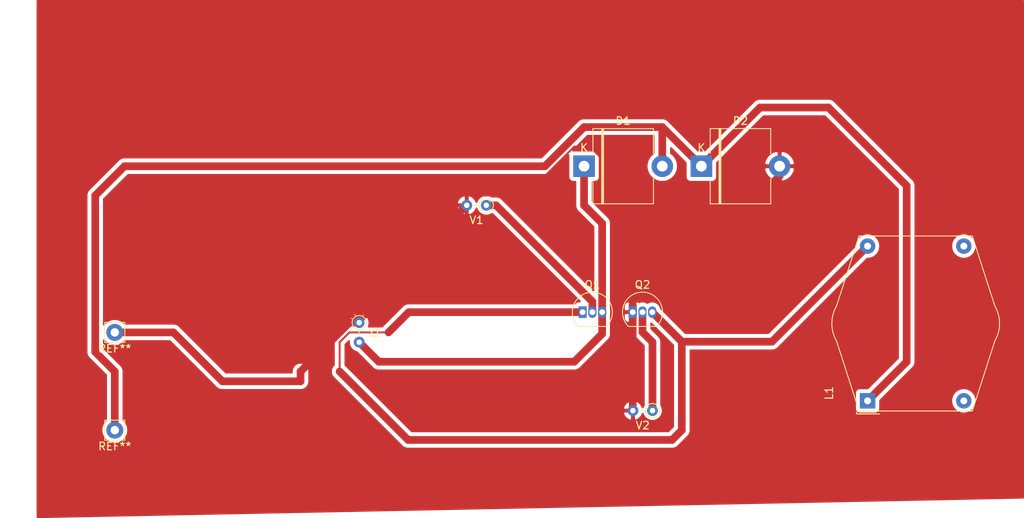
<source format=kicad_pcb>
(kicad_pcb (version 20171130) (host pcbnew "(5.1.4)-1")

  (general
    (thickness 1.6)
    (drawings 0)
    (tracks 61)
    (zones 0)
    (modules 10)
    (nets 7)
  )

  (page A4)
  (layers
    (0 F.Cu signal)
    (31 B.Cu signal)
    (32 B.Adhes user)
    (33 F.Adhes user)
    (34 B.Paste user)
    (35 F.Paste user)
    (36 B.SilkS user)
    (37 F.SilkS user)
    (38 B.Mask user)
    (39 F.Mask user)
    (40 Dwgs.User user)
    (41 Cmts.User user)
    (42 Eco1.User user)
    (43 Eco2.User user)
    (44 Edge.Cuts user)
    (45 Margin user)
    (46 B.CrtYd user)
    (47 F.CrtYd user)
    (48 B.Fab user)
    (49 F.Fab user)
  )

  (setup
    (last_trace_width 1)
    (user_trace_width 1)
    (trace_clearance 0.2)
    (zone_clearance 0.508)
    (zone_45_only no)
    (trace_min 0.2)
    (via_size 0.8)
    (via_drill 0.4)
    (via_min_size 0.4)
    (via_min_drill 0.3)
    (uvia_size 0.3)
    (uvia_drill 0.1)
    (uvias_allowed no)
    (uvia_min_size 0.2)
    (uvia_min_drill 0.1)
    (edge_width 0.05)
    (segment_width 0.2)
    (pcb_text_width 0.3)
    (pcb_text_size 1.5 1.5)
    (mod_edge_width 0.12)
    (mod_text_size 1 1)
    (mod_text_width 0.15)
    (pad_size 1.524 1.524)
    (pad_drill 0.762)
    (pad_to_mask_clearance 0.051)
    (solder_mask_min_width 0.25)
    (aux_axis_origin 0 0)
    (visible_elements FFFFFF7F)
    (pcbplotparams
      (layerselection 0x010fc_ffffffff)
      (usegerberextensions false)
      (usegerberattributes false)
      (usegerberadvancedattributes false)
      (creategerberjobfile false)
      (excludeedgelayer true)
      (linewidth 0.100000)
      (plotframeref false)
      (viasonmask false)
      (mode 1)
      (useauxorigin false)
      (hpglpennumber 1)
      (hpglpenspeed 20)
      (hpglpendiameter 15.000000)
      (psnegative false)
      (psa4output false)
      (plotreference true)
      (plotvalue true)
      (plotinvisibletext false)
      (padsonsilk false)
      (subtractmaskfromsilk false)
      (outputformat 1)
      (mirror false)
      (drillshape 1)
      (scaleselection 1)
      (outputdirectory ""))
  )

  (net 0 "")
  (net 1 VAC)
  (net 2 "Net-(D1-Pad1)")
  (net 3 Earth)
  (net 4 "Net-(L1-Pad2)")
  (net 5 "Net-(Q1-Pad2)")
  (net 6 "Net-(Q2-Pad2)")

  (net_class Default "Esta es la clase de red por defecto."
    (clearance 0.2)
    (trace_width 0.25)
    (via_dia 0.8)
    (via_drill 0.4)
    (uvia_dia 0.3)
    (uvia_drill 0.1)
    (add_net Earth)
    (add_net "Net-(D1-Pad1)")
    (add_net "Net-(L1-Pad2)")
    (add_net "Net-(Q1-Pad2)")
    (add_net "Net-(Q2-Pad2)")
    (add_net VAC)
  )

  (module Resistor_THT:R_Axial_DIN0204_L3.6mm_D1.6mm_P2.54mm_Vertical (layer F.Cu) (tedit 5AE5139B) (tstamp 5D9A94E0)
    (at 161.29 83.82 180)
    (descr "Resistor, Axial_DIN0204 series, Axial, Vertical, pin pitch=2.54mm, 0.167W, length*diameter=3.6*1.6mm^2, http://cdn-reichelt.de/documents/datenblatt/B400/1_4W%23YAG.pdf")
    (tags "Resistor Axial_DIN0204 series Axial Vertical pin pitch 2.54mm 0.167W length 3.6mm diameter 1.6mm")
    (path /5D9B2ACC)
    (fp_text reference V2 (at 1.27 -1.92) (layer F.SilkS)
      (effects (font (size 1 1) (thickness 0.15)))
    )
    (fp_text value VPULSE (at 3.81 11.43) (layer F.Fab)
      (effects (font (size 1 1) (thickness 0.15)))
    )
    (fp_text user %R (at 1.27 -1.92) (layer F.Fab)
      (effects (font (size 1 1) (thickness 0.15)))
    )
    (fp_line (start 3.49 -1.05) (end -1.05 -1.05) (layer F.CrtYd) (width 0.05))
    (fp_line (start 3.49 1.05) (end 3.49 -1.05) (layer F.CrtYd) (width 0.05))
    (fp_line (start -1.05 1.05) (end 3.49 1.05) (layer F.CrtYd) (width 0.05))
    (fp_line (start -1.05 -1.05) (end -1.05 1.05) (layer F.CrtYd) (width 0.05))
    (fp_line (start 0.92 0) (end 1.54 0) (layer F.SilkS) (width 0.12))
    (fp_line (start 0 0) (end 2.54 0) (layer F.Fab) (width 0.1))
    (fp_circle (center 0 0) (end 0.92 0) (layer F.SilkS) (width 0.12))
    (fp_circle (center 0 0) (end 0.8 0) (layer F.Fab) (width 0.1))
    (pad 2 thru_hole oval (at 2.54 0 180) (size 1.4 1.4) (drill 0.7) (layers *.Cu *.Mask)
      (net 3 Earth))
    (pad 1 thru_hole circle (at 0 0 180) (size 1.4 1.4) (drill 0.7) (layers *.Cu *.Mask)
      (net 6 "Net-(Q2-Pad2)"))
    (model ${KISYS3DMOD}/Resistor_THT.3dshapes/R_Axial_DIN0204_L3.6mm_D1.6mm_P2.54mm_Vertical.wrl
      (at (xyz 0 0 0))
      (scale (xyz 1 1 1))
      (rotate (xyz 0 0 0))
    )
  )

  (module Resistor_THT:R_Axial_DIN0204_L3.6mm_D1.6mm_P2.54mm_Vertical (layer F.Cu) (tedit 5AE5139B) (tstamp 5D9A94BA)
    (at 139.7 57.15 180)
    (descr "Resistor, Axial_DIN0204 series, Axial, Vertical, pin pitch=2.54mm, 0.167W, length*diameter=3.6*1.6mm^2, http://cdn-reichelt.de/documents/datenblatt/B400/1_4W%23YAG.pdf")
    (tags "Resistor Axial_DIN0204 series Axial Vertical pin pitch 2.54mm 0.167W length 3.6mm diameter 1.6mm")
    (path /5D9B2760)
    (fp_text reference V1 (at 1.27 -1.92) (layer F.SilkS)
      (effects (font (size 1 1) (thickness 0.15)))
    )
    (fp_text value VPULSE (at 1.27 1.92) (layer F.Fab)
      (effects (font (size 1 1) (thickness 0.15)))
    )
    (fp_text user %R (at 1.27 -1.92) (layer F.Fab)
      (effects (font (size 1 1) (thickness 0.15)))
    )
    (fp_line (start 3.49 -1.05) (end -1.05 -1.05) (layer F.CrtYd) (width 0.05))
    (fp_line (start 3.49 1.05) (end 3.49 -1.05) (layer F.CrtYd) (width 0.05))
    (fp_line (start -1.05 1.05) (end 3.49 1.05) (layer F.CrtYd) (width 0.05))
    (fp_line (start -1.05 -1.05) (end -1.05 1.05) (layer F.CrtYd) (width 0.05))
    (fp_line (start 0.92 0) (end 1.54 0) (layer F.SilkS) (width 0.12))
    (fp_line (start 0 0) (end 2.54 0) (layer F.Fab) (width 0.1))
    (fp_circle (center 0 0) (end 0.92 0) (layer F.SilkS) (width 0.12))
    (fp_circle (center 0 0) (end 0.8 0) (layer F.Fab) (width 0.1))
    (pad 2 thru_hole oval (at 2.54 0 180) (size 1.4 1.4) (drill 0.7) (layers *.Cu *.Mask)
      (net 3 Earth))
    (pad 1 thru_hole circle (at 0 0 180) (size 1.4 1.4) (drill 0.7) (layers *.Cu *.Mask)
      (net 5 "Net-(Q1-Pad2)"))
    (model ${KISYS3DMOD}/Resistor_THT.3dshapes/R_Axial_DIN0204_L3.6mm_D1.6mm_P2.54mm_Vertical.wrl
      (at (xyz 0 0 0))
      (scale (xyz 1 1 1))
      (rotate (xyz 0 0 0))
    )
  )

  (module Resistor_THT:R_Axial_DIN0204_L3.6mm_D1.6mm_P2.54mm_Vertical (layer F.Cu) (tedit 5AE5139B) (tstamp 5D9A944A)
    (at 123.19 72.39 270)
    (descr "Resistor, Axial_DIN0204 series, Axial, Vertical, pin pitch=2.54mm, 0.167W, length*diameter=3.6*1.6mm^2, http://cdn-reichelt.de/documents/datenblatt/B400/1_4W%23YAG.pdf")
    (tags "Resistor Axial_DIN0204 series Axial Vertical pin pitch 2.54mm 0.167W length 3.6mm diameter 1.6mm")
    (path /5D9B23E4)
    (fp_text reference I1 (at 1.27 -1.92 90) (layer F.SilkS)
      (effects (font (size 1 1) (thickness 0.15)))
    )
    (fp_text value ISOURCE (at 1.27 1.92 90) (layer F.Fab)
      (effects (font (size 1 1) (thickness 0.15)))
    )
    (fp_text user %R (at 1.27 -1.92 90) (layer F.Fab)
      (effects (font (size 1 1) (thickness 0.15)))
    )
    (fp_line (start 3.49 -1.05) (end -1.05 -1.05) (layer F.CrtYd) (width 0.05))
    (fp_line (start 3.49 1.05) (end 3.49 -1.05) (layer F.CrtYd) (width 0.05))
    (fp_line (start -1.05 1.05) (end 3.49 1.05) (layer F.CrtYd) (width 0.05))
    (fp_line (start -1.05 -1.05) (end -1.05 1.05) (layer F.CrtYd) (width 0.05))
    (fp_line (start 0.92 0) (end 1.54 0) (layer F.SilkS) (width 0.12))
    (fp_line (start 0 0) (end 2.54 0) (layer F.Fab) (width 0.1))
    (fp_circle (center 0 0) (end 0.92 0) (layer F.SilkS) (width 0.12))
    (fp_circle (center 0 0) (end 0.8 0) (layer F.Fab) (width 0.1))
    (pad 2 thru_hole oval (at 2.54 0 270) (size 1.4 1.4) (drill 0.7) (layers *.Cu *.Mask)
      (net 2 "Net-(D1-Pad1)"))
    (pad 1 thru_hole circle (at 0 0 270) (size 1.4 1.4) (drill 0.7) (layers *.Cu *.Mask)
      (net 3 Earth))
    (model ${KISYS3DMOD}/Resistor_THT.3dshapes/R_Axial_DIN0204_L3.6mm_D1.6mm_P2.54mm_Vertical.wrl
      (at (xyz 0 0 0))
      (scale (xyz 1 1 1))
      (rotate (xyz 0 0 0))
    )
  )

  (module Connector_Pin:Pin_D1.1mm_L8.5mm_W2.5mm_FlatFork (layer F.Cu) (tedit 5A1DC085) (tstamp 5D9A965D)
    (at 91.44 86.36)
    (descr "solder Pin_ with flat fork, hole diameter 1.1mm, length 8.5mm, width 2.5mm")
    (tags "solder Pin_ with flat fork")
    (fp_text reference REF** (at 0 2.1) (layer F.SilkS)
      (effects (font (size 1 1) (thickness 0.15)))
    )
    (fp_text value Pin_D1.1mm_L8.5mm_W2.5mm_FlatFork (at 0 -2.05) (layer F.Fab)
      (effects (font (size 1 1) (thickness 0.15)))
    )
    (fp_line (start 1.75 1.6) (end -1.75 1.6) (layer F.CrtYd) (width 0.05))
    (fp_line (start 1.75 1.6) (end 1.75 -1.6) (layer F.CrtYd) (width 0.05))
    (fp_line (start -1.75 -1.6) (end -1.75 1.6) (layer F.CrtYd) (width 0.05))
    (fp_line (start -1.75 -1.6) (end 1.75 -1.6) (layer F.CrtYd) (width 0.05))
    (fp_line (start 1.25 -0.25) (end -1.25 -0.25) (layer F.Fab) (width 0.12))
    (fp_line (start 1.25 0.25) (end 1.25 -0.25) (layer F.Fab) (width 0.12))
    (fp_line (start -1.25 0.25) (end 1.25 0.25) (layer F.Fab) (width 0.12))
    (fp_line (start -1.25 -0.25) (end -1.25 0.25) (layer F.Fab) (width 0.12))
    (fp_line (start -1.3 1.3) (end 1.3 1.3) (layer F.SilkS) (width 0.12))
    (fp_line (start 1.3 -1.3) (end 1.3 1.3) (layer F.SilkS) (width 0.12))
    (fp_line (start -1.3 -1.3) (end 1.3 -1.3) (layer F.SilkS) (width 0.12))
    (fp_line (start -1.3 1.3) (end -1.3 -1.3) (layer F.SilkS) (width 0.12))
    (fp_text user %R (at 0 2.1) (layer F.Fab)
      (effects (font (size 1 1) (thickness 0.15)))
    )
    (pad 1 thru_hole circle (at 0 0) (size 2.2 2.2) (drill 1.1) (layers *.Cu *.Mask))
    (model ${KISYS3DMOD}/Connector_Pin.3dshapes/Pin_D1.1mm_L8.5mm_W2.5mm_FlatFork.wrl
      (at (xyz 0 0 0))
      (scale (xyz 1 1 1))
      (rotate (xyz 0 0 0))
    )
  )

  (module Connector_Pin:Pin_D1.1mm_L8.5mm_W2.5mm_FlatFork (layer F.Cu) (tedit 5A1DC085) (tstamp 5D9A9618)
    (at 91.44 73.66)
    (descr "solder Pin_ with flat fork, hole diameter 1.1mm, length 8.5mm, width 2.5mm")
    (tags "solder Pin_ with flat fork")
    (fp_text reference REF** (at 0 2.1) (layer F.SilkS)
      (effects (font (size 1 1) (thickness 0.15)))
    )
    (fp_text value Pin_D1.1mm_L8.5mm_W2.5mm_FlatFork (at 0 -2.05) (layer F.Fab)
      (effects (font (size 1 1) (thickness 0.15)))
    )
    (fp_line (start 1.75 1.6) (end -1.75 1.6) (layer F.CrtYd) (width 0.05))
    (fp_line (start 1.75 1.6) (end 1.75 -1.6) (layer F.CrtYd) (width 0.05))
    (fp_line (start -1.75 -1.6) (end -1.75 1.6) (layer F.CrtYd) (width 0.05))
    (fp_line (start -1.75 -1.6) (end 1.75 -1.6) (layer F.CrtYd) (width 0.05))
    (fp_line (start 1.25 -0.25) (end -1.25 -0.25) (layer F.Fab) (width 0.12))
    (fp_line (start 1.25 0.25) (end 1.25 -0.25) (layer F.Fab) (width 0.12))
    (fp_line (start -1.25 0.25) (end 1.25 0.25) (layer F.Fab) (width 0.12))
    (fp_line (start -1.25 -0.25) (end -1.25 0.25) (layer F.Fab) (width 0.12))
    (fp_line (start -1.3 1.3) (end 1.3 1.3) (layer F.SilkS) (width 0.12))
    (fp_line (start 1.3 -1.3) (end 1.3 1.3) (layer F.SilkS) (width 0.12))
    (fp_line (start -1.3 -1.3) (end 1.3 -1.3) (layer F.SilkS) (width 0.12))
    (fp_line (start -1.3 1.3) (end -1.3 -1.3) (layer F.SilkS) (width 0.12))
    (fp_text user %R (at 0 2.1) (layer F.Fab)
      (effects (font (size 1 1) (thickness 0.15)))
    )
    (pad 1 thru_hole circle (at 0 0) (size 2.2 2.2) (drill 1.1) (layers *.Cu *.Mask))
    (model ${KISYS3DMOD}/Connector_Pin.3dshapes/Pin_D1.1mm_L8.5mm_W2.5mm_FlatFork.wrl
      (at (xyz 0 0 0))
      (scale (xyz 1 1 1))
      (rotate (xyz 0 0 0))
    )
  )

  (module Package_TO_SOT_THT:TO-92_Inline (layer F.Cu) (tedit 5A1DD157) (tstamp 5D9A9494)
    (at 158.72 71.03)
    (descr "TO-92 leads in-line, narrow, oval pads, drill 0.75mm (see NXP sot054_po.pdf)")
    (tags "to-92 sc-43 sc-43a sot54 PA33 transistor")
    (path /5D9B1B98)
    (fp_text reference Q2 (at 1.27 -3.56) (layer F.SilkS)
      (effects (font (size 1 1) (thickness 0.15)))
    )
    (fp_text value BT169B (at 1.27 2.79) (layer F.Fab)
      (effects (font (size 1 1) (thickness 0.15)))
    )
    (fp_arc (start 1.27 0) (end 1.27 -2.6) (angle 135) (layer F.SilkS) (width 0.12))
    (fp_arc (start 1.27 0) (end 1.27 -2.48) (angle -135) (layer F.Fab) (width 0.1))
    (fp_arc (start 1.27 0) (end 1.27 -2.6) (angle -135) (layer F.SilkS) (width 0.12))
    (fp_arc (start 1.27 0) (end 1.27 -2.48) (angle 135) (layer F.Fab) (width 0.1))
    (fp_line (start 4 2.01) (end -1.46 2.01) (layer F.CrtYd) (width 0.05))
    (fp_line (start 4 2.01) (end 4 -2.73) (layer F.CrtYd) (width 0.05))
    (fp_line (start -1.46 -2.73) (end -1.46 2.01) (layer F.CrtYd) (width 0.05))
    (fp_line (start -1.46 -2.73) (end 4 -2.73) (layer F.CrtYd) (width 0.05))
    (fp_line (start -0.5 1.75) (end 3 1.75) (layer F.Fab) (width 0.1))
    (fp_line (start -0.53 1.85) (end 3.07 1.85) (layer F.SilkS) (width 0.12))
    (fp_text user %R (at 1.27 -3.56) (layer F.Fab)
      (effects (font (size 1 1) (thickness 0.15)))
    )
    (pad 1 thru_hole rect (at 0 0) (size 1.05 1.5) (drill 0.75) (layers *.Cu *.Mask)
      (net 3 Earth))
    (pad 3 thru_hole oval (at 2.54 0) (size 1.05 1.5) (drill 0.75) (layers *.Cu *.Mask)
      (net 4 "Net-(L1-Pad2)"))
    (pad 2 thru_hole oval (at 1.27 0) (size 1.05 1.5) (drill 0.75) (layers *.Cu *.Mask)
      (net 6 "Net-(Q2-Pad2)"))
    (model ${KISYS3DMOD}/Package_TO_SOT_THT.3dshapes/TO-92_Inline.wrl
      (at (xyz 0 0 0))
      (scale (xyz 1 1 1))
      (rotate (xyz 0 0 0))
    )
  )

  (module Package_TO_SOT_THT:TO-92_Inline (layer F.Cu) (tedit 5A1DD157) (tstamp 5D9A9482)
    (at 152.21 71.03)
    (descr "TO-92 leads in-line, narrow, oval pads, drill 0.75mm (see NXP sot054_po.pdf)")
    (tags "to-92 sc-43 sc-43a sot54 PA33 transistor")
    (path /5D9B1A45)
    (fp_text reference Q1 (at 1.27 -3.56) (layer F.SilkS)
      (effects (font (size 1 1) (thickness 0.15)))
    )
    (fp_text value BT169B (at 1.27 2.79) (layer F.Fab)
      (effects (font (size 1 1) (thickness 0.15)))
    )
    (fp_arc (start 1.27 0) (end 1.27 -2.6) (angle 135) (layer F.SilkS) (width 0.12))
    (fp_arc (start 1.27 0) (end 1.27 -2.48) (angle -135) (layer F.Fab) (width 0.1))
    (fp_arc (start 1.27 0) (end 1.27 -2.6) (angle -135) (layer F.SilkS) (width 0.12))
    (fp_arc (start 1.27 0) (end 1.27 -2.48) (angle 135) (layer F.Fab) (width 0.1))
    (fp_line (start 4 2.01) (end -1.46 2.01) (layer F.CrtYd) (width 0.05))
    (fp_line (start 4 2.01) (end 4 -2.73) (layer F.CrtYd) (width 0.05))
    (fp_line (start -1.46 -2.73) (end -1.46 2.01) (layer F.CrtYd) (width 0.05))
    (fp_line (start -1.46 -2.73) (end 4 -2.73) (layer F.CrtYd) (width 0.05))
    (fp_line (start -0.5 1.75) (end 3 1.75) (layer F.Fab) (width 0.1))
    (fp_line (start -0.53 1.85) (end 3.07 1.85) (layer F.SilkS) (width 0.12))
    (fp_text user %R (at 1.27 -3.56) (layer F.Fab)
      (effects (font (size 1 1) (thickness 0.15)))
    )
    (pad 1 thru_hole rect (at 0 0) (size 1.05 1.5) (drill 0.75) (layers *.Cu *.Mask)
      (net 4 "Net-(L1-Pad2)"))
    (pad 3 thru_hole oval (at 2.54 0) (size 1.05 1.5) (drill 0.75) (layers *.Cu *.Mask)
      (net 2 "Net-(D1-Pad1)"))
    (pad 2 thru_hole oval (at 1.27 0) (size 1.05 1.5) (drill 0.75) (layers *.Cu *.Mask)
      (net 5 "Net-(Q1-Pad2)"))
    (model ${KISYS3DMOD}/Package_TO_SOT_THT.3dshapes/TO-92_Inline.wrl
      (at (xyz 0 0 0))
      (scale (xyz 1 1 1))
      (rotate (xyz 0 0 0))
    )
  )

  (module Inductor_THT:Choke_Schaffner_RN114-04-22.5x21.5mm (layer F.Cu) (tedit 5A1421CD) (tstamp 5D9A9470)
    (at 189.23 82.55 90)
    (descr "Current-compensated Chokes, Scaffner, RN114-04, 22.5mmx21.5mm https://www.schaffner.com/products/download/product/datasheet/rn-series-common-mode-chokes-new/")
    (tags "chokes schaffner tht")
    (path /5D9B176F)
    (fp_text reference L1 (at 1 -5 90) (layer F.SilkS)
      (effects (font (size 1 1) (thickness 0.15)))
    )
    (fp_text value L (at 10.05 18.5 90) (layer F.Fab)
      (effects (font (size 1 1) (thickness 0.15)))
    )
    (fp_text user %R (at 10.05 6.25 90) (layer F.Fab)
      (effects (font (size 1 1) (thickness 0.15)))
    )
    (fp_line (start -1.7 -1.44) (end -1.7 1.56) (layer F.SilkS) (width 0.12))
    (fp_line (start -1.7 -1.44) (end -1.45 -1.44) (layer F.SilkS) (width 0.12))
    (fp_line (start -1.45 13.69) (end -1.45 -1.19) (layer F.CrtYd) (width 0.05))
    (fp_line (start 7.8 16.67) (end -1.45 13.69) (layer F.CrtYd) (width 0.05))
    (fp_line (start 21.55 13.69) (end 12.3 16.67) (layer F.CrtYd) (width 0.05))
    (fp_line (start 21.55 -1.19) (end 21.55 13.69) (layer F.CrtYd) (width 0.05))
    (fp_line (start 12.3 -4.17) (end 21.55 -1.19) (layer F.CrtYd) (width 0.05))
    (fp_line (start -1.45 -1.19) (end 7.8 -4.17) (layer F.CrtYd) (width 0.05))
    (fp_line (start -1.32 13.6) (end -1.32 -1.1) (layer F.SilkS) (width 0.12))
    (fp_line (start 7.8 16.54) (end -1.32 13.6) (layer F.SilkS) (width 0.12))
    (fp_line (start 21.42 13.6) (end 12.3 16.54) (layer F.SilkS) (width 0.12))
    (fp_line (start 21.42 -1.1) (end 21.42 13.6) (layer F.SilkS) (width 0.12))
    (fp_line (start 12.3 -4.04) (end 21.42 -1.1) (layer F.SilkS) (width 0.12))
    (fp_line (start -1.32 -1.1) (end 7.8 -4.04) (layer F.SilkS) (width 0.12))
    (fp_line (start -1.2 -0.5) (end -1.2 -1) (layer F.Fab) (width 0.1))
    (fp_line (start -0.7 0) (end -1.2 -0.5) (layer F.Fab) (width 0.1))
    (fp_line (start -1.2 0.5) (end -0.7 0) (layer F.Fab) (width 0.1))
    (fp_line (start -1.2 13.5) (end -1.2 0.5) (layer F.Fab) (width 0.1))
    (fp_line (start 7.8 16.4) (end -1.2 13.5) (layer F.Fab) (width 0.1))
    (fp_line (start 21.3 13.5) (end 12.3 16.4) (layer F.Fab) (width 0.1))
    (fp_line (start 21.3 -1) (end 21.3 13.5) (layer F.Fab) (width 0.1))
    (fp_line (start 12.3 -3.9) (end 21.3 -1) (layer F.Fab) (width 0.1))
    (fp_line (start -1.2 -1) (end 7.8 -3.9) (layer F.Fab) (width 0.1))
    (fp_arc (start 10.05 12.75) (end 12.3 16.67) (angle 60) (layer F.CrtYd) (width 0.05))
    (fp_arc (start 10.05 -0.25) (end 7.8 -4.17) (angle 60) (layer F.CrtYd) (width 0.05))
    (fp_arc (start 10.05 12.62) (end 12.3 16.54) (angle 60) (layer F.SilkS) (width 0.12))
    (fp_arc (start 10.05 -0.12) (end 7.8 -4.04) (angle 60) (layer F.SilkS) (width 0.12))
    (fp_arc (start 10.05 12.5) (end 12.3 16.4) (angle 60) (layer F.Fab) (width 0.1))
    (fp_arc (start 10.05 0) (end 7.8 -3.9) (angle 60) (layer F.Fab) (width 0.1))
    (pad 4 thru_hole circle (at 20.1 12.5 90) (size 2 2) (drill 0.9) (layers *.Cu *.Mask))
    (pad 3 thru_hole circle (at 0 12.5 90) (size 2 2) (drill 0.9) (layers *.Cu *.Mask))
    (pad 2 thru_hole circle (at 20.1 0 90) (size 2 2) (drill 0.9) (layers *.Cu *.Mask)
      (net 4 "Net-(L1-Pad2)"))
    (pad 1 thru_hole rect (at 0 0 90) (size 2 2) (drill 0.9) (layers *.Cu *.Mask)
      (net 1 VAC))
    (model ${KISYS3DMOD}/Inductor_THT.3dshapes/Choke_Schaffner_RN114-04-22.5x21.5mm.wrl
      (at (xyz 0 0 0))
      (scale (xyz 1 1 1))
      (rotate (xyz 0 0 0))
    )
  )

  (module Diode_THT:D_5KP_P10.16mm_Horizontal (layer F.Cu) (tedit 5AE50CD5) (tstamp 5D9A9424)
    (at 167.64 52.07)
    (descr "Diode, 5KP series, Axial, Horizontal, pin pitch=10.16mm, , length*diameter=7.62*9.53mm^2, , http://www.diodes.com/_files/packages/8686949.gif")
    (tags "Diode 5KP series Axial Horizontal pin pitch 10.16mm  length 7.62mm diameter 9.53mm")
    (path /5D9B2197)
    (fp_text reference D2 (at 5.08 -5.885) (layer F.SilkS)
      (effects (font (size 1 1) (thickness 0.15)))
    )
    (fp_text value D (at 5.08 5.885) (layer F.Fab)
      (effects (font (size 1 1) (thickness 0.15)))
    )
    (fp_text user K (at 0 -2.4) (layer F.SilkS)
      (effects (font (size 1 1) (thickness 0.15)))
    )
    (fp_text user K (at 0 -2.4) (layer F.Fab)
      (effects (font (size 1 1) (thickness 0.15)))
    )
    (fp_text user %R (at 5.6515 0) (layer F.Fab)
      (effects (font (size 1 1) (thickness 0.15)))
    )
    (fp_line (start 11.81 -5.02) (end -1.65 -5.02) (layer F.CrtYd) (width 0.05))
    (fp_line (start 11.81 5.02) (end 11.81 -5.02) (layer F.CrtYd) (width 0.05))
    (fp_line (start -1.65 5.02) (end 11.81 5.02) (layer F.CrtYd) (width 0.05))
    (fp_line (start -1.65 -5.02) (end -1.65 5.02) (layer F.CrtYd) (width 0.05))
    (fp_line (start 2.293 -4.885) (end 2.293 4.885) (layer F.SilkS) (width 0.12))
    (fp_line (start 2.533 -4.885) (end 2.533 4.885) (layer F.SilkS) (width 0.12))
    (fp_line (start 2.413 -4.885) (end 2.413 4.885) (layer F.SilkS) (width 0.12))
    (fp_line (start 9.01 4.885) (end 9.01 1.64) (layer F.SilkS) (width 0.12))
    (fp_line (start 1.15 4.885) (end 9.01 4.885) (layer F.SilkS) (width 0.12))
    (fp_line (start 1.15 1.64) (end 1.15 4.885) (layer F.SilkS) (width 0.12))
    (fp_line (start 9.01 -4.885) (end 9.01 -1.64) (layer F.SilkS) (width 0.12))
    (fp_line (start 1.15 -4.885) (end 9.01 -4.885) (layer F.SilkS) (width 0.12))
    (fp_line (start 1.15 -1.64) (end 1.15 -4.885) (layer F.SilkS) (width 0.12))
    (fp_line (start 2.313 -4.765) (end 2.313 4.765) (layer F.Fab) (width 0.1))
    (fp_line (start 2.513 -4.765) (end 2.513 4.765) (layer F.Fab) (width 0.1))
    (fp_line (start 2.413 -4.765) (end 2.413 4.765) (layer F.Fab) (width 0.1))
    (fp_line (start 10.16 0) (end 8.89 0) (layer F.Fab) (width 0.1))
    (fp_line (start 0 0) (end 1.27 0) (layer F.Fab) (width 0.1))
    (fp_line (start 8.89 -4.765) (end 1.27 -4.765) (layer F.Fab) (width 0.1))
    (fp_line (start 8.89 4.765) (end 8.89 -4.765) (layer F.Fab) (width 0.1))
    (fp_line (start 1.27 4.765) (end 8.89 4.765) (layer F.Fab) (width 0.1))
    (fp_line (start 1.27 -4.765) (end 1.27 4.765) (layer F.Fab) (width 0.1))
    (pad 2 thru_hole oval (at 10.16 0) (size 2.8 2.8) (drill 1.4) (layers *.Cu *.Mask)
      (net 3 Earth))
    (pad 1 thru_hole rect (at 0 0) (size 2.8 2.8) (drill 1.4) (layers *.Cu *.Mask)
      (net 1 VAC))
    (model ${KISYS3DMOD}/Diode_THT.3dshapes/D_5KP_P10.16mm_Horizontal.wrl
      (at (xyz 0 0 0))
      (scale (xyz 1 1 1))
      (rotate (xyz 0 0 0))
    )
  )

  (module Diode_THT:D_5KP_P10.16mm_Horizontal (layer F.Cu) (tedit 5AE50CD5) (tstamp 5D9A9405)
    (at 152.4 52.07)
    (descr "Diode, 5KP series, Axial, Horizontal, pin pitch=10.16mm, , length*diameter=7.62*9.53mm^2, , http://www.diodes.com/_files/packages/8686949.gif")
    (tags "Diode 5KP series Axial Horizontal pin pitch 10.16mm  length 7.62mm diameter 9.53mm")
    (path /5D9B1D3F)
    (fp_text reference D1 (at 5.08 -5.885) (layer F.SilkS)
      (effects (font (size 1 1) (thickness 0.15)))
    )
    (fp_text value D (at 5.08 5.885) (layer F.Fab)
      (effects (font (size 1 1) (thickness 0.15)))
    )
    (fp_text user K (at 0 -2.4) (layer F.SilkS)
      (effects (font (size 1 1) (thickness 0.15)))
    )
    (fp_text user K (at 0 -2.4) (layer F.Fab)
      (effects (font (size 1 1) (thickness 0.15)))
    )
    (fp_text user %R (at 5.6515 0) (layer F.Fab)
      (effects (font (size 1 1) (thickness 0.15)))
    )
    (fp_line (start 11.81 -5.02) (end -1.65 -5.02) (layer F.CrtYd) (width 0.05))
    (fp_line (start 11.81 5.02) (end 11.81 -5.02) (layer F.CrtYd) (width 0.05))
    (fp_line (start -1.65 5.02) (end 11.81 5.02) (layer F.CrtYd) (width 0.05))
    (fp_line (start -1.65 -5.02) (end -1.65 5.02) (layer F.CrtYd) (width 0.05))
    (fp_line (start 2.293 -4.885) (end 2.293 4.885) (layer F.SilkS) (width 0.12))
    (fp_line (start 2.533 -4.885) (end 2.533 4.885) (layer F.SilkS) (width 0.12))
    (fp_line (start 2.413 -4.885) (end 2.413 4.885) (layer F.SilkS) (width 0.12))
    (fp_line (start 9.01 4.885) (end 9.01 1.64) (layer F.SilkS) (width 0.12))
    (fp_line (start 1.15 4.885) (end 9.01 4.885) (layer F.SilkS) (width 0.12))
    (fp_line (start 1.15 1.64) (end 1.15 4.885) (layer F.SilkS) (width 0.12))
    (fp_line (start 9.01 -4.885) (end 9.01 -1.64) (layer F.SilkS) (width 0.12))
    (fp_line (start 1.15 -4.885) (end 9.01 -4.885) (layer F.SilkS) (width 0.12))
    (fp_line (start 1.15 -1.64) (end 1.15 -4.885) (layer F.SilkS) (width 0.12))
    (fp_line (start 2.313 -4.765) (end 2.313 4.765) (layer F.Fab) (width 0.1))
    (fp_line (start 2.513 -4.765) (end 2.513 4.765) (layer F.Fab) (width 0.1))
    (fp_line (start 2.413 -4.765) (end 2.413 4.765) (layer F.Fab) (width 0.1))
    (fp_line (start 10.16 0) (end 8.89 0) (layer F.Fab) (width 0.1))
    (fp_line (start 0 0) (end 1.27 0) (layer F.Fab) (width 0.1))
    (fp_line (start 8.89 -4.765) (end 1.27 -4.765) (layer F.Fab) (width 0.1))
    (fp_line (start 8.89 4.765) (end 8.89 -4.765) (layer F.Fab) (width 0.1))
    (fp_line (start 1.27 4.765) (end 8.89 4.765) (layer F.Fab) (width 0.1))
    (fp_line (start 1.27 -4.765) (end 1.27 4.765) (layer F.Fab) (width 0.1))
    (pad 2 thru_hole oval (at 10.16 0) (size 2.8 2.8) (drill 1.4) (layers *.Cu *.Mask)
      (net 1 VAC))
    (pad 1 thru_hole rect (at 0 0) (size 2.8 2.8) (drill 1.4) (layers *.Cu *.Mask)
      (net 2 "Net-(D1-Pad1)"))
    (model ${KISYS3DMOD}/Diode_THT.3dshapes/D_5KP_P10.16mm_Horizontal.wrl
      (at (xyz 0 0 0))
      (scale (xyz 1 1 1))
      (rotate (xyz 0 0 0))
    )
  )

  (segment (start 91.44 73.66) (end 99.06 73.66) (width 1) (layer F.Cu) (net 0))
  (segment (start 99.06 73.66) (end 105.41 80.01) (width 1) (layer F.Cu) (net 0))
  (segment (start 91.44 86.36) (end 91.44 78.74) (width 1) (layer F.Cu) (net 0))
  (segment (start 91.44 78.74) (end 88.9 76.2) (width 1) (layer F.Cu) (net 0))
  (segment (start 88.9 76.2) (end 88.9 55.88) (width 1) (layer F.Cu) (net 0))
  (segment (start 88.9 55.88) (end 92.71 52.07) (width 1) (layer F.Cu) (net 0))
  (segment (start 92.71 52.07) (end 147.32 52.07) (width 1) (layer F.Cu) (net 0))
  (segment (start 147.32 52.07) (end 152.4 46.99) (width 1) (layer F.Cu) (net 0))
  (segment (start 162.56 46.99) (end 167.64 52.07) (width 1) (layer F.Cu) (net 1))
  (segment (start 152.4 46.99) (end 162.56 46.99) (width 1) (layer F.Cu) (net 1))
  (segment (start 194.31 77.47) (end 189.23 82.55) (width 1) (layer F.Cu) (net 1))
  (segment (start 194.31 54.61) (end 194.31 77.47) (width 1) (layer F.Cu) (net 1))
  (segment (start 184.15 44.45) (end 194.31 54.61) (width 1) (layer F.Cu) (net 1))
  (segment (start 167.64 52.07) (end 175.26 44.45) (width 1) (layer F.Cu) (net 1))
  (segment (start 175.26 44.45) (end 184.15 44.45) (width 1) (layer F.Cu) (net 1))
  (segment (start 162.56 52.07) (end 162.56 46.99) (width 1) (layer F.Cu) (net 1))
  (segment (start 154.75 71.03) (end 154.75 59.5) (width 1) (layer F.Cu) (net 2))
  (segment (start 152.4 57.15) (end 152.4 52.07) (width 1) (layer F.Cu) (net 2))
  (segment (start 154.75 59.5) (end 152.4 57.15) (width 1) (layer F.Cu) (net 2))
  (segment (start 105.41 80.01) (end 115.57 80.01) (width 1) (layer F.Cu) (net 0))
  (segment (start 115.57 80.01) (end 115.57 78.74) (width 1) (layer F.Cu) (net 0))
  (segment (start 154.75 71.03) (end 154.75 73.85) (width 1) (layer F.Cu) (net 2))
  (segment (start 154.75 73.85) (end 151.13 77.47) (width 1) (layer F.Cu) (net 2))
  (segment (start 125.73 77.47) (end 123.19 74.93) (width 1) (layer F.Cu) (net 2))
  (segment (start 151.13 77.47) (end 125.73 77.47) (width 1) (layer F.Cu) (net 2))
  (segment (start 123.19 71.12) (end 137.16 57.15) (width 1) (layer F.Cu) (net 3))
  (segment (start 123.19 72.39) (end 123.19 71.12) (width 1) (layer F.Cu) (net 3))
  (segment (start 158.72 83.79) (end 158.75 83.82) (width 1) (layer F.Cu) (net 3))
  (segment (start 158.72 71.03) (end 158.72 83.79) (width 1) (layer F.Cu) (net 3))
  (segment (start 158.72 71.03) (end 158.72 58.39) (width 1) (layer F.Cu) (net 3))
  (segment (start 158.72 58.39) (end 156.21 55.88) (width 1) (layer F.Cu) (net 3))
  (segment (start 156.21 55.88) (end 156.21 52.07) (width 1) (layer F.Cu) (net 3))
  (segment (start 156.21 52.07) (end 153.67 49.53) (width 1) (layer F.Cu) (net 3))
  (segment (start 137.16 55.88) (end 137.16 57.15) (width 0.25) (layer F.Cu) (net 3))
  (segment (start 144.78 55.88) (end 137.16 55.88) (width 0.25) (layer F.Cu) (net 3))
  (segment (start 153.67 49.53) (end 151.13 49.53) (width 0.25) (layer F.Cu) (net 3))
  (segment (start 151.13 49.53) (end 144.78 55.88) (width 0.25) (layer F.Cu) (net 3))
  (segment (start 158.72 58.39) (end 172.75 58.39) (width 1) (layer F.Cu) (net 3))
  (segment (start 177.8 53.34) (end 177.8 52.07) (width 1) (layer F.Cu) (net 3))
  (segment (start 172.75 58.39) (end 177.8 53.34) (width 1) (layer F.Cu) (net 3))
  (segment (start 121.92 72.39) (end 123.19 72.39) (width 1) (layer F.Cu) (net 3))
  (segment (start 115.57 78.74) (end 121.92 72.39) (width 1) (layer F.Cu) (net 3))
  (segment (start 152.21 71.03) (end 129.63 71.03) (width 1) (layer F.Cu) (net 4))
  (segment (start 129.63 71.03) (end 127 73.66) (width 1) (layer F.Cu) (net 4))
  (segment (start 127 73.66) (end 123.19 73.66) (width 0.25) (layer F.Cu) (net 4))
  (segment (start 123.19 73.66) (end 121.92 73.66) (width 0.25) (layer F.Cu) (net 4))
  (segment (start 121.92 73.66) (end 120.65 74.93) (width 0.25) (layer F.Cu) (net 4))
  (segment (start 120.65 74.93) (end 120.65 78.74) (width 0.25) (layer F.Cu) (net 4))
  (segment (start 165.1 74.87) (end 161.26 71.03) (width 1) (layer F.Cu) (net 4))
  (segment (start 165.1 86.36) (end 165.1 74.87) (width 1) (layer F.Cu) (net 4))
  (segment (start 163.83 87.63) (end 165.1 86.36) (width 1) (layer F.Cu) (net 4))
  (segment (start 120.65 78.74) (end 129.54 87.63) (width 1) (layer F.Cu) (net 4))
  (segment (start 129.54 87.63) (end 163.83 87.63) (width 1) (layer F.Cu) (net 4))
  (segment (start 176.81 74.87) (end 189.23 62.45) (width 1) (layer F.Cu) (net 4))
  (segment (start 165.1 74.87) (end 176.81 74.87) (width 1) (layer F.Cu) (net 4))
  (segment (start 153.48 71.03) (end 153.48 69.66) (width 1) (layer F.Cu) (net 5))
  (segment (start 140.97 57.15) (end 139.7 57.15) (width 1) (layer F.Cu) (net 5))
  (segment (start 153.48 69.66) (end 140.97 57.15) (width 1) (layer F.Cu) (net 5))
  (segment (start 161.29 83.82) (end 161.29 74.93) (width 1) (layer F.Cu) (net 6))
  (segment (start 159.99 73.63) (end 159.99 71.03) (width 1) (layer F.Cu) (net 6))
  (segment (start 161.29 74.93) (end 159.99 73.63) (width 1) (layer F.Cu) (net 6))

  (zone (net 3) (net_name Earth) (layer F.Cu) (tstamp 0) (hatch edge 0.508)
    (connect_pads (clearance 0.508))
    (min_thickness 0.254)
    (fill yes (arc_segments 32) (thermal_gap 0.508) (thermal_bridge_width 0.508))
    (polygon
      (pts
        (xy 81.28 30.48) (xy 209.55 30.48) (xy 209.55 95.25) (xy 81.28 97.79)
      )
    )
    (filled_polygon
      (pts
        (xy 209.423 95.12549) (xy 81.407 97.66046) (xy 81.407 55.88) (xy 87.759509 55.88) (xy 87.765001 55.935762)
        (xy 87.765 76.144249) (xy 87.759509 76.2) (xy 87.765 76.255751) (xy 87.781423 76.422498) (xy 87.846324 76.636446)
        (xy 87.951716 76.833623) (xy 88.093551 77.006449) (xy 88.136865 77.041996) (xy 90.305001 79.210133) (xy 90.305 85.041339)
        (xy 90.092337 85.254002) (xy 89.902463 85.538169) (xy 89.771675 85.853919) (xy 89.705 86.189117) (xy 89.705 86.530883)
        (xy 89.771675 86.866081) (xy 89.902463 87.181831) (xy 90.092337 87.465998) (xy 90.334002 87.707663) (xy 90.618169 87.897537)
        (xy 90.933919 88.028325) (xy 91.269117 88.095) (xy 91.610883 88.095) (xy 91.946081 88.028325) (xy 92.261831 87.897537)
        (xy 92.545998 87.707663) (xy 92.787663 87.465998) (xy 92.977537 87.181831) (xy 93.108325 86.866081) (xy 93.175 86.530883)
        (xy 93.175 86.189117) (xy 93.108325 85.853919) (xy 92.977537 85.538169) (xy 92.787663 85.254002) (xy 92.575 85.041339)
        (xy 92.575 78.795741) (xy 92.58049 78.739999) (xy 92.575 78.684257) (xy 92.575 78.684248) (xy 92.558577 78.517501)
        (xy 92.493676 78.303553) (xy 92.388284 78.106377) (xy 92.246449 77.933551) (xy 92.203141 77.898009) (xy 90.035 75.729869)
        (xy 90.035 74.680187) (xy 90.092337 74.765998) (xy 90.334002 75.007663) (xy 90.618169 75.197537) (xy 90.933919 75.328325)
        (xy 91.269117 75.395) (xy 91.610883 75.395) (xy 91.946081 75.328325) (xy 92.261831 75.197537) (xy 92.545998 75.007663)
        (xy 92.758661 74.795) (xy 98.589869 74.795) (xy 104.568009 80.773141) (xy 104.603551 80.816449) (xy 104.776377 80.958284)
        (xy 104.973553 81.063676) (xy 105.137705 81.113471) (xy 105.1875 81.128577) (xy 105.409999 81.150491) (xy 105.465751 81.145)
        (xy 115.514248 81.145) (xy 115.57 81.150491) (xy 115.625751 81.145) (xy 115.625752 81.145) (xy 115.792499 81.128577)
        (xy 116.006447 81.063676) (xy 116.203623 80.958284) (xy 116.376449 80.816449) (xy 116.518284 80.643623) (xy 116.623676 80.446447)
        (xy 116.688577 80.232499) (xy 116.710491 80.01) (xy 116.705 79.954248) (xy 116.705 78.684248) (xy 116.688577 78.517501)
        (xy 116.623676 78.303553) (xy 116.518284 78.106377) (xy 116.376449 77.933551) (xy 116.203623 77.791716) (xy 116.006447 77.686324)
        (xy 115.792499 77.621423) (xy 115.57 77.599509) (xy 115.347502 77.621423) (xy 115.133554 77.686324) (xy 114.936378 77.791716)
        (xy 114.763552 77.933551) (xy 114.621717 78.106377) (xy 114.516324 78.303553) (xy 114.451423 78.517501) (xy 114.435 78.684248)
        (xy 114.435 78.875) (xy 105.880132 78.875) (xy 99.901996 72.896865) (xy 99.866449 72.853551) (xy 99.693623 72.711716)
        (xy 99.496447 72.606324) (xy 99.282499 72.541423) (xy 99.115752 72.525) (xy 99.115751 72.525) (xy 99.06 72.519509)
        (xy 99.004249 72.525) (xy 92.758661 72.525) (xy 92.545998 72.312337) (xy 92.261831 72.122463) (xy 91.946081 71.991675)
        (xy 91.610883 71.925) (xy 91.269117 71.925) (xy 90.933919 71.991675) (xy 90.618169 72.122463) (xy 90.334002 72.312337)
        (xy 90.092337 72.554002) (xy 90.035 72.639813) (xy 90.035 71.468731) (xy 122.448336 71.468731) (xy 123.19 72.210395)
        (xy 123.931664 71.468731) (xy 123.872203 71.234963) (xy 123.633758 71.124066) (xy 123.37826 71.061817) (xy 123.115527 71.05061)
        (xy 122.855656 71.090875) (xy 122.608634 71.181065) (xy 122.507797 71.234963) (xy 122.448336 71.468731) (xy 90.035 71.468731)
        (xy 90.035 57.483329) (xy 135.867284 57.483329) (xy 135.899953 57.591044) (xy 136.010208 57.828392) (xy 136.164649 58.03967)
        (xy 136.35734 58.216759) (xy 136.580877 58.352853) (xy 136.82667 58.442722) (xy 137.033 58.320201) (xy 137.033 57.277)
        (xy 135.990626 57.277) (xy 135.867284 57.483329) (xy 90.035 57.483329) (xy 90.035 56.816671) (xy 135.867284 56.816671)
        (xy 135.990626 57.023) (xy 137.033 57.023) (xy 137.033 55.979799) (xy 136.82667 55.857278) (xy 136.580877 55.947147)
        (xy 136.35734 56.083241) (xy 136.164649 56.26033) (xy 136.010208 56.471608) (xy 135.899953 56.708956) (xy 135.867284 56.816671)
        (xy 90.035 56.816671) (xy 90.035 56.350131) (xy 93.180133 53.205) (xy 147.264249 53.205) (xy 147.32 53.210491)
        (xy 147.375751 53.205) (xy 147.375752 53.205) (xy 147.542499 53.188577) (xy 147.756447 53.123676) (xy 147.953623 53.018284)
        (xy 148.126449 52.876449) (xy 148.161996 52.833135) (xy 150.365948 50.629184) (xy 150.361928 50.67) (xy 150.361928 53.47)
        (xy 150.374188 53.594482) (xy 150.410498 53.71418) (xy 150.469463 53.824494) (xy 150.548815 53.921185) (xy 150.645506 54.000537)
        (xy 150.75582 54.059502) (xy 150.875518 54.095812) (xy 151 54.108072) (xy 151.265001 54.108072) (xy 151.265 57.094248)
        (xy 151.259509 57.15) (xy 151.265 57.205751) (xy 151.281423 57.372498) (xy 151.346324 57.586446) (xy 151.451716 57.783623)
        (xy 151.593551 57.956449) (xy 151.636865 57.991996) (xy 153.615001 59.970133) (xy 153.615 68.189867) (xy 141.811996 56.386865)
        (xy 141.776449 56.343551) (xy 141.603623 56.201716) (xy 141.406447 56.096324) (xy 141.192499 56.031423) (xy 141.025752 56.015)
        (xy 141.025751 56.015) (xy 140.97 56.009509) (xy 140.914249 56.015) (xy 140.404288 56.015) (xy 140.332359 55.966939)
        (xy 140.089405 55.866304) (xy 139.831486 55.815) (xy 139.568514 55.815) (xy 139.310595 55.866304) (xy 139.067641 55.966939)
        (xy 138.848987 56.113038) (xy 138.663038 56.298987) (xy 138.516939 56.517641) (xy 138.427506 56.73355) (xy 138.420047 56.708956)
        (xy 138.309792 56.471608) (xy 138.155351 56.26033) (xy 137.96266 56.083241) (xy 137.739123 55.947147) (xy 137.49333 55.857278)
        (xy 137.287 55.979799) (xy 137.287 57.023) (xy 137.307 57.023) (xy 137.307 57.277) (xy 137.287 57.277)
        (xy 137.287 58.320201) (xy 137.49333 58.442722) (xy 137.739123 58.352853) (xy 137.96266 58.216759) (xy 138.155351 58.03967)
        (xy 138.309792 57.828392) (xy 138.420047 57.591044) (xy 138.427506 57.56645) (xy 138.516939 57.782359) (xy 138.663038 58.001013)
        (xy 138.848987 58.186962) (xy 139.067641 58.333061) (xy 139.310595 58.433696) (xy 139.568514 58.485) (xy 139.831486 58.485)
        (xy 140.089405 58.433696) (xy 140.332359 58.333061) (xy 140.404288 58.285) (xy 140.499869 58.285) (xy 151.856795 69.641928)
        (xy 151.685 69.641928) (xy 151.560518 69.654188) (xy 151.44082 69.690498) (xy 151.330506 69.749463) (xy 151.233815 69.828815)
        (xy 151.179499 69.895) (xy 129.685752 69.895) (xy 129.63 69.889509) (xy 129.407501 69.911423) (xy 129.193553 69.976324)
        (xy 128.996377 70.081716) (xy 128.866856 70.188011) (xy 128.866855 70.188012) (xy 128.823551 70.223551) (xy 128.788013 70.266854)
        (xy 126.158012 72.896857) (xy 126.155433 72.9) (xy 124.425126 72.9) (xy 124.455934 72.833758) (xy 124.518183 72.57826)
        (xy 124.52939 72.315527) (xy 124.489125 72.055656) (xy 124.398935 71.808634) (xy 124.345037 71.707797) (xy 124.111269 71.648336)
        (xy 123.369605 72.39) (xy 123.383748 72.404143) (xy 123.204143 72.583748) (xy 123.19 72.569605) (xy 123.175858 72.583748)
        (xy 122.996253 72.404143) (xy 123.010395 72.39) (xy 122.268731 71.648336) (xy 122.034963 71.707797) (xy 121.924066 71.946242)
        (xy 121.861817 72.20174) (xy 121.85061 72.464473) (xy 121.890875 72.724344) (xy 121.954922 72.899764) (xy 121.919999 72.896324)
        (xy 121.882676 72.9) (xy 121.882667 72.9) (xy 121.771014 72.910997) (xy 121.627753 72.954454) (xy 121.495724 73.025026)
        (xy 121.379999 73.119999) (xy 121.356201 73.148997) (xy 120.139003 74.366196) (xy 120.109999 74.389999) (xy 120.074255 74.433554)
        (xy 120.015026 74.505724) (xy 119.944455 74.637753) (xy 119.944454 74.637754) (xy 119.900997 74.781015) (xy 119.89 74.892668)
        (xy 119.89 74.892678) (xy 119.886324 74.93) (xy 119.89 74.967323) (xy 119.890001 77.895432) (xy 119.843552 77.933552)
        (xy 119.701717 78.106378) (xy 119.596324 78.303554) (xy 119.531423 78.517502) (xy 119.509509 78.74) (xy 119.531423 78.962498)
        (xy 119.596324 79.176446) (xy 119.701717 79.373622) (xy 119.808012 79.503143) (xy 128.698013 88.393146) (xy 128.733551 88.436449)
        (xy 128.776854 88.471987) (xy 128.776856 88.471989) (xy 128.906377 88.578284) (xy 129.103553 88.683676) (xy 129.317501 88.748577)
        (xy 129.54 88.770491) (xy 129.595752 88.765) (xy 163.774249 88.765) (xy 163.83 88.770491) (xy 163.885751 88.765)
        (xy 163.885752 88.765) (xy 164.052499 88.748577) (xy 164.266447 88.683676) (xy 164.463623 88.578284) (xy 164.636449 88.436449)
        (xy 164.671996 88.393135) (xy 165.86314 87.201992) (xy 165.906449 87.166449) (xy 166.048284 86.993623) (xy 166.153676 86.796447)
        (xy 166.218577 86.582499) (xy 166.235 86.415752) (xy 166.235 86.415745) (xy 166.24049 86.360001) (xy 166.235 86.304257)
        (xy 166.235 76.005) (xy 176.754249 76.005) (xy 176.81 76.010491) (xy 176.865751 76.005) (xy 176.865752 76.005)
        (xy 177.032499 75.988577) (xy 177.246447 75.923676) (xy 177.443623 75.818284) (xy 177.616449 75.676449) (xy 177.651996 75.633135)
        (xy 189.200132 64.085) (xy 189.391033 64.085) (xy 189.706912 64.022168) (xy 190.004463 63.898918) (xy 190.272252 63.719987)
        (xy 190.499987 63.492252) (xy 190.678918 63.224463) (xy 190.802168 62.926912) (xy 190.865 62.611033) (xy 190.865 62.288967)
        (xy 190.802168 61.973088) (xy 190.678918 61.675537) (xy 190.499987 61.407748) (xy 190.272252 61.180013) (xy 190.004463 61.001082)
        (xy 189.706912 60.877832) (xy 189.391033 60.815) (xy 189.068967 60.815) (xy 188.753088 60.877832) (xy 188.455537 61.001082)
        (xy 188.187748 61.180013) (xy 187.960013 61.407748) (xy 187.781082 61.675537) (xy 187.657832 61.973088) (xy 187.595 62.288967)
        (xy 187.595 62.479868) (xy 176.339869 73.735) (xy 165.570132 73.735) (xy 162.399071 70.56394) (xy 162.336885 70.35894)
        (xy 162.229171 70.157421) (xy 162.084212 69.980788) (xy 161.907578 69.835829) (xy 161.706059 69.728115) (xy 161.487399 69.661785)
        (xy 161.26 69.639388) (xy 161.0326 69.661785) (xy 160.81394 69.728115) (xy 160.625 69.829106) (xy 160.436059 69.728115)
        (xy 160.217399 69.661785) (xy 159.99 69.639388) (xy 159.7626 69.661785) (xy 159.553902 69.725093) (xy 159.48918 69.690498)
        (xy 159.369482 69.654188) (xy 159.245 69.641928) (xy 159.00575 69.645) (xy 158.847 69.80375) (xy 158.847 70.576892)
        (xy 158.846785 70.577601) (xy 158.83 70.748022) (xy 158.83 71.311979) (xy 158.846785 71.4824) (xy 158.847 71.483109)
        (xy 158.847 72.25625) (xy 158.855001 72.264251) (xy 158.855 73.574248) (xy 158.849509 73.63) (xy 158.867692 73.814618)
        (xy 158.871423 73.852498) (xy 158.936324 74.066446) (xy 159.041716 74.263623) (xy 159.183551 74.436449) (xy 159.226864 74.471995)
        (xy 160.155001 75.400133) (xy 160.155 83.115712) (xy 160.106939 83.187641) (xy 160.017506 83.40355) (xy 160.010047 83.378956)
        (xy 159.899792 83.141608) (xy 159.745351 82.93033) (xy 159.55266 82.753241) (xy 159.329123 82.617147) (xy 159.08333 82.527278)
        (xy 158.877 82.649799) (xy 158.877 83.693) (xy 158.897 83.693) (xy 158.897 83.947) (xy 158.877 83.947)
        (xy 158.877 84.990201) (xy 159.08333 85.112722) (xy 159.329123 85.022853) (xy 159.55266 84.886759) (xy 159.745351 84.70967)
        (xy 159.899792 84.498392) (xy 160.010047 84.261044) (xy 160.017506 84.23645) (xy 160.106939 84.452359) (xy 160.253038 84.671013)
        (xy 160.438987 84.856962) (xy 160.657641 85.003061) (xy 160.900595 85.103696) (xy 161.158514 85.155) (xy 161.421486 85.155)
        (xy 161.679405 85.103696) (xy 161.922359 85.003061) (xy 162.141013 84.856962) (xy 162.326962 84.671013) (xy 162.473061 84.452359)
        (xy 162.573696 84.209405) (xy 162.625 83.951486) (xy 162.625 83.688514) (xy 162.573696 83.430595) (xy 162.473061 83.187641)
        (xy 162.425 83.115712) (xy 162.425 74.985752) (xy 162.430491 74.93) (xy 162.424582 74.869999) (xy 162.408577 74.707501)
        (xy 162.343676 74.493553) (xy 162.238284 74.296377) (xy 162.230135 74.286447) (xy 162.131989 74.166856) (xy 162.131987 74.166854)
        (xy 162.096449 74.123551) (xy 162.053145 74.088012) (xy 161.125 73.159868) (xy 161.125 72.500131) (xy 163.965001 75.340133)
        (xy 163.965 85.889868) (xy 163.359869 86.495) (xy 130.010133 86.495) (xy 127.668462 84.153329) (xy 157.457284 84.153329)
        (xy 157.489953 84.261044) (xy 157.600208 84.498392) (xy 157.754649 84.70967) (xy 157.94734 84.886759) (xy 158.170877 85.022853)
        (xy 158.41667 85.112722) (xy 158.623 84.990201) (xy 158.623 83.947) (xy 157.580626 83.947) (xy 157.457284 84.153329)
        (xy 127.668462 84.153329) (xy 127.001804 83.486671) (xy 157.457284 83.486671) (xy 157.580626 83.693) (xy 158.623 83.693)
        (xy 158.623 82.649799) (xy 158.41667 82.527278) (xy 158.170877 82.617147) (xy 157.94734 82.753241) (xy 157.754649 82.93033)
        (xy 157.600208 83.141608) (xy 157.489953 83.378956) (xy 157.457284 83.486671) (xy 127.001804 83.486671) (xy 121.413143 77.898012)
        (xy 121.41 77.895433) (xy 121.41 75.244801) (xy 121.86206 74.792742) (xy 121.848541 74.93) (xy 121.874317 75.191706)
        (xy 121.950653 75.443354) (xy 122.074618 75.675275) (xy 122.241445 75.878555) (xy 122.444725 76.045382) (xy 122.676646 76.169347)
        (xy 122.888472 76.233603) (xy 124.888009 78.233141) (xy 124.923551 78.276449) (xy 125.096377 78.418284) (xy 125.293553 78.523676)
        (xy 125.507501 78.588577) (xy 125.674248 78.605) (xy 125.674257 78.605) (xy 125.729999 78.61049) (xy 125.785741 78.605)
        (xy 151.074249 78.605) (xy 151.13 78.610491) (xy 151.185751 78.605) (xy 151.185752 78.605) (xy 151.352499 78.588577)
        (xy 151.566447 78.523676) (xy 151.763623 78.418284) (xy 151.936449 78.276449) (xy 151.971996 78.233135) (xy 155.513141 74.691991)
        (xy 155.556449 74.656449) (xy 155.698284 74.483623) (xy 155.803676 74.286447) (xy 155.868577 74.072499) (xy 155.885 73.905752)
        (xy 155.890491 73.850001) (xy 155.885 73.794249) (xy 155.885 71.78) (xy 157.556928 71.78) (xy 157.569188 71.904482)
        (xy 157.605498 72.02418) (xy 157.664463 72.134494) (xy 157.743815 72.231185) (xy 157.840506 72.310537) (xy 157.95082 72.369502)
        (xy 158.070518 72.405812) (xy 158.195 72.418072) (xy 158.43425 72.415) (xy 158.593 72.25625) (xy 158.593 71.157)
        (xy 157.71875 71.157) (xy 157.56 71.31575) (xy 157.556928 71.78) (xy 155.885 71.78) (xy 155.885 71.50948)
        (xy 155.893215 71.482399) (xy 155.91 71.311978) (xy 155.91 70.748021) (xy 155.893215 70.5776) (xy 155.885 70.550519)
        (xy 155.885 70.28) (xy 157.556928 70.28) (xy 157.56 70.74425) (xy 157.71875 70.903) (xy 158.593 70.903)
        (xy 158.593 69.80375) (xy 158.43425 69.645) (xy 158.195 69.641928) (xy 158.070518 69.654188) (xy 157.95082 69.690498)
        (xy 157.840506 69.749463) (xy 157.743815 69.828815) (xy 157.664463 69.925506) (xy 157.605498 70.03582) (xy 157.569188 70.155518)
        (xy 157.556928 70.28) (xy 155.885 70.28) (xy 155.885 59.555752) (xy 155.890491 59.5) (xy 155.868577 59.277501)
        (xy 155.803676 59.063553) (xy 155.698284 58.866377) (xy 155.556449 58.693551) (xy 155.513141 58.658009) (xy 153.535 56.679869)
        (xy 153.535 54.108072) (xy 153.8 54.108072) (xy 153.924482 54.095812) (xy 154.04418 54.059502) (xy 154.154494 54.000537)
        (xy 154.251185 53.921185) (xy 154.330537 53.824494) (xy 154.389502 53.71418) (xy 154.425812 53.594482) (xy 154.438072 53.47)
        (xy 154.438072 50.67) (xy 154.425812 50.545518) (xy 154.389502 50.42582) (xy 154.330537 50.315506) (xy 154.251185 50.218815)
        (xy 154.154494 50.139463) (xy 154.04418 50.080498) (xy 153.924482 50.044188) (xy 153.8 50.031928) (xy 151 50.031928)
        (xy 150.959184 50.035948) (xy 152.870132 48.125) (xy 161.425001 48.125) (xy 161.425 50.369208) (xy 161.423944 50.369773)
        (xy 161.114076 50.624076) (xy 160.859773 50.933944) (xy 160.670809 51.287471) (xy 160.554445 51.67107) (xy 160.515154 52.07)
        (xy 160.554445 52.46893) (xy 160.670809 52.852529) (xy 160.859773 53.206056) (xy 161.114076 53.515924) (xy 161.423944 53.770227)
        (xy 161.777471 53.959191) (xy 162.16107 54.075555) (xy 162.460031 54.105) (xy 162.659969 54.105) (xy 162.95893 54.075555)
        (xy 163.342529 53.959191) (xy 163.696056 53.770227) (xy 164.005924 53.515924) (xy 164.260227 53.206056) (xy 164.449191 52.852529)
        (xy 164.565555 52.46893) (xy 164.604846 52.07) (xy 164.565555 51.67107) (xy 164.449191 51.287471) (xy 164.260227 50.933944)
        (xy 164.005924 50.624076) (xy 163.696056 50.369773) (xy 163.695 50.369209) (xy 163.695 49.730131) (xy 165.601928 51.63706)
        (xy 165.601928 53.47) (xy 165.614188 53.594482) (xy 165.650498 53.71418) (xy 165.709463 53.824494) (xy 165.788815 53.921185)
        (xy 165.885506 54.000537) (xy 165.99582 54.059502) (xy 166.115518 54.095812) (xy 166.24 54.108072) (xy 169.04 54.108072)
        (xy 169.164482 54.095812) (xy 169.28418 54.059502) (xy 169.394494 54.000537) (xy 169.491185 53.921185) (xy 169.570537 53.824494)
        (xy 169.629502 53.71418) (xy 169.665812 53.594482) (xy 169.678072 53.47) (xy 169.678072 52.51316) (xy 175.81384 52.51316)
        (xy 175.902358 52.804979) (xy 176.082208 53.161068) (xy 176.328072 53.475228) (xy 176.630501 53.735386) (xy 176.977873 53.931544)
        (xy 177.356839 54.056164) (xy 177.673 53.942287) (xy 177.673 52.197) (xy 177.927 52.197) (xy 177.927 53.942287)
        (xy 178.243161 54.056164) (xy 178.622127 53.931544) (xy 178.969499 53.735386) (xy 179.271928 53.475228) (xy 179.517792 53.161068)
        (xy 179.697642 52.804979) (xy 179.78616 52.51316) (xy 179.671947 52.197) (xy 177.927 52.197) (xy 177.673 52.197)
        (xy 175.928053 52.197) (xy 175.81384 52.51316) (xy 169.678072 52.51316) (xy 169.678072 51.637059) (xy 169.688291 51.62684)
        (xy 175.81384 51.62684) (xy 175.928053 51.943) (xy 177.673 51.943) (xy 177.673 50.197713) (xy 177.927 50.197713)
        (xy 177.927 51.943) (xy 179.671947 51.943) (xy 179.78616 51.62684) (xy 179.697642 51.335021) (xy 179.517792 50.978932)
        (xy 179.271928 50.664772) (xy 178.969499 50.404614) (xy 178.622127 50.208456) (xy 178.243161 50.083836) (xy 177.927 50.197713)
        (xy 177.673 50.197713) (xy 177.356839 50.083836) (xy 176.977873 50.208456) (xy 176.630501 50.404614) (xy 176.328072 50.664772)
        (xy 176.082208 50.978932) (xy 175.902358 51.335021) (xy 175.81384 51.62684) (xy 169.688291 51.62684) (xy 175.730132 45.585)
        (xy 183.679869 45.585) (xy 193.175 55.080132) (xy 193.175001 76.999867) (xy 189.262941 80.911928) (xy 188.23 80.911928)
        (xy 188.105518 80.924188) (xy 187.98582 80.960498) (xy 187.875506 81.019463) (xy 187.778815 81.098815) (xy 187.699463 81.195506)
        (xy 187.640498 81.30582) (xy 187.604188 81.425518) (xy 187.591928 81.55) (xy 187.591928 83.55) (xy 187.604188 83.674482)
        (xy 187.640498 83.79418) (xy 187.699463 83.904494) (xy 187.778815 84.001185) (xy 187.875506 84.080537) (xy 187.98582 84.139502)
        (xy 188.105518 84.175812) (xy 188.23 84.188072) (xy 190.23 84.188072) (xy 190.354482 84.175812) (xy 190.47418 84.139502)
        (xy 190.584494 84.080537) (xy 190.681185 84.001185) (xy 190.760537 83.904494) (xy 190.819502 83.79418) (xy 190.855812 83.674482)
        (xy 190.868072 83.55) (xy 190.868072 82.517059) (xy 190.996164 82.388967) (xy 200.095 82.388967) (xy 200.095 82.711033)
        (xy 200.157832 83.026912) (xy 200.281082 83.324463) (xy 200.460013 83.592252) (xy 200.687748 83.819987) (xy 200.955537 83.998918)
        (xy 201.253088 84.122168) (xy 201.568967 84.185) (xy 201.891033 84.185) (xy 202.206912 84.122168) (xy 202.504463 83.998918)
        (xy 202.772252 83.819987) (xy 202.999987 83.592252) (xy 203.178918 83.324463) (xy 203.302168 83.026912) (xy 203.365 82.711033)
        (xy 203.365 82.388967) (xy 203.302168 82.073088) (xy 203.178918 81.775537) (xy 202.999987 81.507748) (xy 202.772252 81.280013)
        (xy 202.504463 81.101082) (xy 202.206912 80.977832) (xy 201.891033 80.915) (xy 201.568967 80.915) (xy 201.253088 80.977832)
        (xy 200.955537 81.101082) (xy 200.687748 81.280013) (xy 200.460013 81.507748) (xy 200.281082 81.775537) (xy 200.157832 82.073088)
        (xy 200.095 82.388967) (xy 190.996164 82.388967) (xy 195.073141 78.311991) (xy 195.116449 78.276449) (xy 195.258284 78.103623)
        (xy 195.363676 77.906447) (xy 195.428577 77.692499) (xy 195.445 77.525752) (xy 195.450491 77.47) (xy 195.445 77.414249)
        (xy 195.445 62.288967) (xy 200.095 62.288967) (xy 200.095 62.611033) (xy 200.157832 62.926912) (xy 200.281082 63.224463)
        (xy 200.460013 63.492252) (xy 200.687748 63.719987) (xy 200.955537 63.898918) (xy 201.253088 64.022168) (xy 201.568967 64.085)
        (xy 201.891033 64.085) (xy 202.206912 64.022168) (xy 202.504463 63.898918) (xy 202.772252 63.719987) (xy 202.999987 63.492252)
        (xy 203.178918 63.224463) (xy 203.302168 62.926912) (xy 203.365 62.611033) (xy 203.365 62.288967) (xy 203.302168 61.973088)
        (xy 203.178918 61.675537) (xy 202.999987 61.407748) (xy 202.772252 61.180013) (xy 202.504463 61.001082) (xy 202.206912 60.877832)
        (xy 201.891033 60.815) (xy 201.568967 60.815) (xy 201.253088 60.877832) (xy 200.955537 61.001082) (xy 200.687748 61.180013)
        (xy 200.460013 61.407748) (xy 200.281082 61.675537) (xy 200.157832 61.973088) (xy 200.095 62.288967) (xy 195.445 62.288967)
        (xy 195.445 54.665752) (xy 195.450491 54.61) (xy 195.428577 54.387501) (xy 195.363676 54.173553) (xy 195.258284 53.976377)
        (xy 195.212989 53.921185) (xy 195.116449 53.803551) (xy 195.073141 53.768009) (xy 184.991996 43.686865) (xy 184.956449 43.643551)
        (xy 184.783623 43.501716) (xy 184.586447 43.396324) (xy 184.372499 43.331423) (xy 184.205752 43.315) (xy 184.205751 43.315)
        (xy 184.15 43.309509) (xy 184.094249 43.315) (xy 175.315741 43.315) (xy 175.259999 43.30951) (xy 175.204257 43.315)
        (xy 175.204248 43.315) (xy 175.037501 43.331423) (xy 174.823553 43.396324) (xy 174.626377 43.501716) (xy 174.453551 43.643551)
        (xy 174.418009 43.686859) (xy 168.072941 50.031928) (xy 167.20706 50.031928) (xy 163.401996 46.226865) (xy 163.366449 46.183551)
        (xy 163.193623 46.041716) (xy 162.996447 45.936324) (xy 162.782499 45.871423) (xy 162.615752 45.855) (xy 162.56 45.849509)
        (xy 162.504249 45.855) (xy 152.455751 45.855) (xy 152.4 45.849509) (xy 152.344248 45.855) (xy 152.177501 45.871423)
        (xy 151.963553 45.936324) (xy 151.766377 46.041716) (xy 151.593551 46.183551) (xy 151.558009 46.226859) (xy 146.849869 50.935)
        (xy 92.765752 50.935) (xy 92.71 50.929509) (xy 92.487501 50.951423) (xy 92.273553 51.016324) (xy 92.076377 51.121716)
        (xy 91.946856 51.228011) (xy 91.946854 51.228013) (xy 91.903551 51.263551) (xy 91.868013 51.306854) (xy 88.13686 55.038009)
        (xy 88.093552 55.073551) (xy 87.951717 55.246377) (xy 87.895384 55.35177) (xy 87.846324 55.443554) (xy 87.781423 55.657502)
        (xy 87.759509 55.88) (xy 81.407 55.88) (xy 81.407 30.607) (xy 209.423 30.607)
      )
    )
  )
)

</source>
